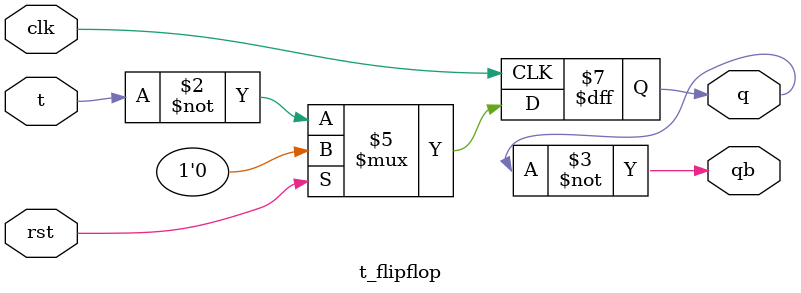
<source format=v>
module t_flipflop(t,clk,rst,q,qb);
  	input t,clk,rst;
  	output reg q;
  	output qb;
  
  	always@(posedge clk)
    	begin
     		if(rst)
        		q <= 1'b0;
      		else
        		q <= ~t;
    	end
  	assign qb = ~q;
endmodule
</source>
